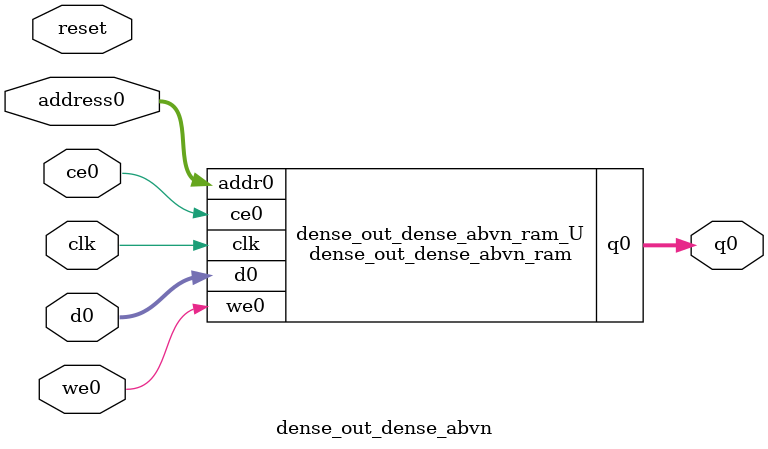
<source format=v>
`timescale 1 ns / 1 ps
module dense_out_dense_abvn_ram (addr0, ce0, d0, we0, q0,  clk);

parameter DWIDTH = 14;
parameter AWIDTH = 4;
parameter MEM_SIZE = 10;

input[AWIDTH-1:0] addr0;
input ce0;
input[DWIDTH-1:0] d0;
input we0;
output reg[DWIDTH-1:0] q0;
input clk;

(* ram_style = "distributed" *)reg [DWIDTH-1:0] ram[0:MEM_SIZE-1];




always @(posedge clk)  
begin 
    if (ce0) 
    begin
        if (we0) 
        begin 
            ram[addr0] <= d0; 
        end 
        q0 <= ram[addr0];
    end
end


endmodule

`timescale 1 ns / 1 ps
module dense_out_dense_abvn(
    reset,
    clk,
    address0,
    ce0,
    we0,
    d0,
    q0);

parameter DataWidth = 32'd14;
parameter AddressRange = 32'd10;
parameter AddressWidth = 32'd4;
input reset;
input clk;
input[AddressWidth - 1:0] address0;
input ce0;
input we0;
input[DataWidth - 1:0] d0;
output[DataWidth - 1:0] q0;



dense_out_dense_abvn_ram dense_out_dense_abvn_ram_U(
    .clk( clk ),
    .addr0( address0 ),
    .ce0( ce0 ),
    .we0( we0 ),
    .d0( d0 ),
    .q0( q0 ));

endmodule


</source>
